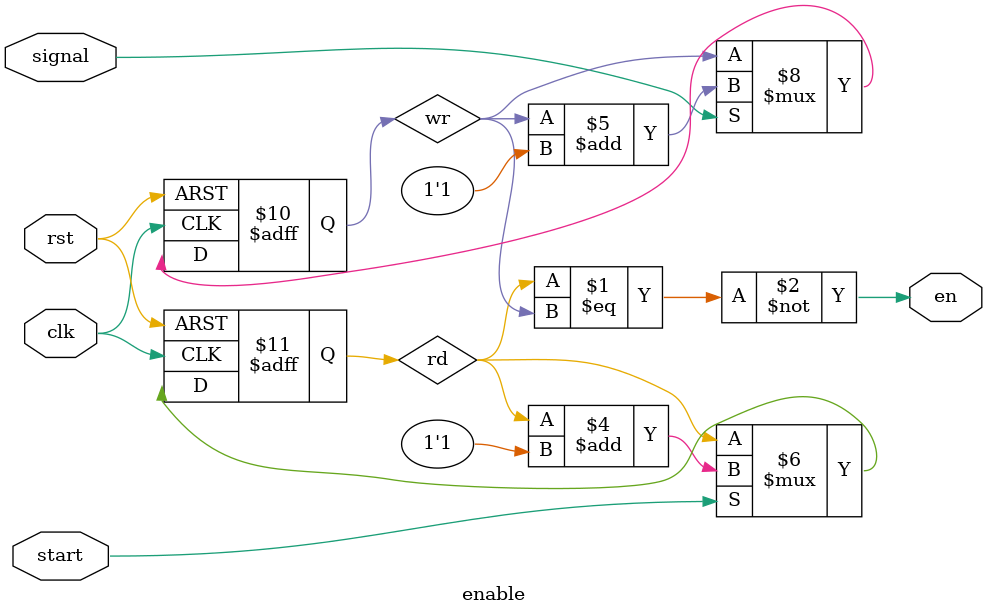
<source format=v>
`timescale 1ns / 1ps


module enable(
    input clk,
    input rst,
    input start,
    input signal,
    output en
    );
    reg wr, rd;
    assign en = ~(rd == wr);
    always @(posedge clk, posedge rst) begin
        if(rst) begin
            wr <= 1'b0;
            rd <= 1'b0;
        end else begin
            if(start) rd <= rd + 1'b1;
            if(signal) wr <= wr + 1'b1;
        end     
    end
endmodule

</source>
